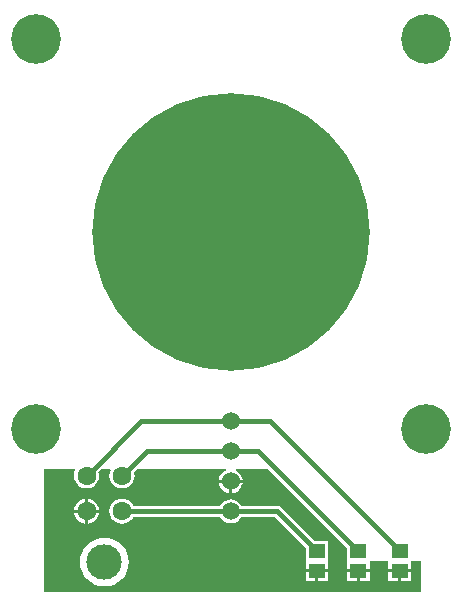
<source format=gtl>
G04*
G04 #@! TF.GenerationSoftware,Altium Limited,Altium Designer,18.1.11 (251)*
G04*
G04 Layer_Physical_Order=1*
G04 Layer_Color=255*
%FSLAX25Y25*%
%MOIN*%
G70*
G01*
G75*
%ADD12R,0.05512X0.04921*%
%ADD20C,0.01575*%
%ADD21C,0.11811*%
%ADD22C,0.06299*%
%ADD23C,0.16535*%
%ADD24C,0.92520*%
%ADD25C,0.06000*%
%ADD26C,0.05984*%
G36*
X284039Y127261D02*
Y122622D01*
Y120087D01*
X287795D01*
X291551D01*
Y122835D01*
X297819D01*
Y120087D01*
X301575D01*
X305331D01*
Y122835D01*
X308661D01*
Y112598D01*
X183071D01*
Y153543D01*
X193236D01*
X193524Y153043D01*
X193201Y152264D01*
X193059Y151181D01*
X193201Y150098D01*
X193619Y149088D01*
X194285Y148222D01*
X195151Y147556D01*
X196161Y147138D01*
X197244Y146996D01*
X198327Y147138D01*
X199337Y147556D01*
X200204Y148222D01*
X200869Y149088D01*
X201287Y150098D01*
X201430Y151181D01*
X201287Y152264D01*
X201175Y152535D01*
X202184Y153543D01*
X205047D01*
X205335Y153043D01*
X205012Y152264D01*
X204870Y151181D01*
X205012Y150098D01*
X205431Y149088D01*
X206096Y148222D01*
X206962Y147556D01*
X207972Y147138D01*
X209055Y146996D01*
X210138Y147138D01*
X211148Y147556D01*
X212015Y148222D01*
X212680Y149088D01*
X213098Y150098D01*
X213241Y151181D01*
X213098Y152264D01*
X212986Y152535D01*
X213995Y153543D01*
X243592D01*
X243691Y153043D01*
X243258Y152864D01*
X242423Y152223D01*
X241782Y151387D01*
X241378Y150414D01*
X241307Y149870D01*
X249244D01*
X249173Y150414D01*
X248770Y151387D01*
X248128Y152223D01*
X247293Y152864D01*
X246860Y153043D01*
X246960Y153543D01*
X257757D01*
X284039Y127261D01*
D02*
G37*
%LPC*%
G36*
X249244Y148870D02*
X245776D01*
Y145401D01*
X246320Y145473D01*
X247293Y145876D01*
X248128Y146517D01*
X248770Y147353D01*
X249173Y148326D01*
X249244Y148870D01*
D02*
G37*
G36*
X244776D02*
X241307D01*
X241378Y148326D01*
X241782Y147353D01*
X242423Y146517D01*
X243258Y145876D01*
X244231Y145473D01*
X244776Y145401D01*
Y148870D01*
D02*
G37*
G36*
X197744Y143490D02*
Y139870D01*
X201364D01*
X201287Y140453D01*
X200869Y141463D01*
X200204Y142330D01*
X199337Y142995D01*
X198327Y143413D01*
X197744Y143490D01*
D02*
G37*
G36*
X196744D02*
X196161Y143413D01*
X195151Y142995D01*
X194285Y142330D01*
X193619Y141463D01*
X193201Y140453D01*
X193124Y139870D01*
X196744D01*
Y143490D01*
D02*
G37*
G36*
X201364Y138870D02*
X197744D01*
Y135250D01*
X198327Y135327D01*
X199337Y135745D01*
X200204Y136410D01*
X200869Y137277D01*
X201287Y138287D01*
X201364Y138870D01*
D02*
G37*
G36*
X196744D02*
X193124D01*
X193201Y138287D01*
X193619Y137277D01*
X194285Y136410D01*
X195151Y135745D01*
X196161Y135327D01*
X196744Y135250D01*
Y138870D01*
D02*
G37*
G36*
X209055Y143555D02*
X207972Y143413D01*
X206962Y142995D01*
X206096Y142330D01*
X205431Y141463D01*
X205012Y140453D01*
X204870Y139370D01*
X205012Y138287D01*
X205431Y137277D01*
X206096Y136410D01*
X206962Y135745D01*
X207972Y135327D01*
X209055Y135185D01*
X210138Y135327D01*
X211148Y135745D01*
X212015Y136410D01*
X212680Y137277D01*
X212792Y137548D01*
X241709D01*
X241789Y137357D01*
X242428Y136523D01*
X243262Y135883D01*
X244233Y135481D01*
X245276Y135344D01*
X246318Y135481D01*
X247289Y135883D01*
X248123Y136523D01*
X248763Y137357D01*
X248842Y137548D01*
X259974D01*
X270260Y127261D01*
Y122622D01*
Y120087D01*
X274016D01*
X277772D01*
Y122622D01*
Y129543D01*
X273132D01*
X262017Y140659D01*
X261426Y141054D01*
X260728Y141192D01*
X260728Y141192D01*
X248842D01*
X248763Y141383D01*
X248123Y142217D01*
X247289Y142857D01*
X246318Y143259D01*
X245276Y143397D01*
X244233Y143259D01*
X243262Y142857D01*
X242428Y142217D01*
X241789Y141383D01*
X241709Y141192D01*
X212792D01*
X212680Y141463D01*
X212015Y142330D01*
X211148Y142995D01*
X210138Y143413D01*
X209055Y143555D01*
D02*
G37*
G36*
X305331Y119087D02*
X302075D01*
Y116126D01*
X305331D01*
Y119087D01*
D02*
G37*
G36*
X301075D02*
X297819D01*
Y116126D01*
X301075D01*
Y119087D01*
D02*
G37*
G36*
X291551D02*
X288295D01*
Y116126D01*
X291551D01*
Y119087D01*
D02*
G37*
G36*
X287295D02*
X284039D01*
Y116126D01*
X287295D01*
Y119087D01*
D02*
G37*
G36*
X277772D02*
X274516D01*
Y116126D01*
X277772D01*
Y119087D01*
D02*
G37*
G36*
X273516D02*
X270260D01*
Y116126D01*
X273516D01*
Y119087D01*
D02*
G37*
G36*
X203150Y130567D02*
X201564Y130411D01*
X200040Y129948D01*
X198635Y129197D01*
X197404Y128187D01*
X196393Y126955D01*
X195642Y125550D01*
X195180Y124026D01*
X195024Y122441D01*
X195180Y120856D01*
X195642Y119331D01*
X196393Y117927D01*
X197404Y116695D01*
X198635Y115685D01*
X200040Y114934D01*
X201564Y114471D01*
X203150Y114315D01*
X204735Y114471D01*
X206259Y114934D01*
X207664Y115685D01*
X208895Y116695D01*
X209906Y117927D01*
X210657Y119331D01*
X211119Y120856D01*
X211275Y122441D01*
X211119Y124026D01*
X210657Y125550D01*
X209906Y126955D01*
X208895Y128187D01*
X207664Y129197D01*
X206259Y129948D01*
X204735Y130411D01*
X203150Y130567D01*
D02*
G37*
%LPD*%
D12*
X274016Y119587D02*
D03*
Y126083D02*
D03*
X287795Y119587D02*
D03*
Y126083D02*
D03*
X301575Y119587D02*
D03*
Y126083D02*
D03*
D20*
X258287Y169370D02*
X301575Y126083D01*
X245276Y169370D02*
X258287D01*
X254508Y159370D02*
X287795Y126083D01*
X245276Y159370D02*
X254508D01*
X245276Y139370D02*
X260728D01*
X274016Y126083D01*
X215433Y169370D02*
X245276D01*
X197244Y151181D02*
X215433Y169370D01*
X217244Y159370D02*
X245276D01*
X209055Y151181D02*
X217244Y159370D01*
X209055Y140157D02*
X209842Y139370D01*
X245276D01*
D21*
X203150Y122441D02*
D03*
D22*
X197244Y151181D02*
D03*
X209055D02*
D03*
X197244Y139370D02*
D03*
X209055D02*
D03*
D23*
X180315Y296850D02*
D03*
Y166929D02*
D03*
X310236Y296850D02*
D03*
Y166929D02*
D03*
D24*
X245276Y232362D02*
D03*
D25*
Y169370D02*
D03*
Y159370D02*
D03*
Y149370D02*
D03*
D26*
Y139370D02*
D03*
M02*

</source>
